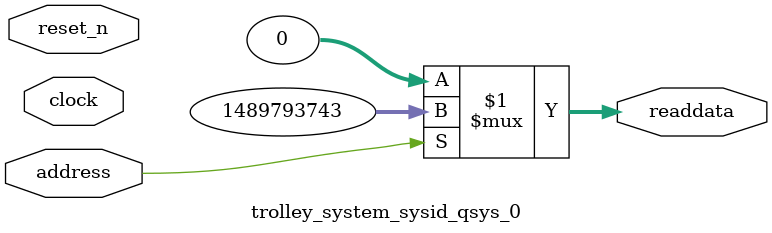
<source format=v>



// synthesis translate_off
`timescale 1ns / 1ps
// synthesis translate_on

// turn off superfluous verilog processor warnings 
// altera message_level Level1 
// altera message_off 10034 10035 10036 10037 10230 10240 10030 

module trolley_system_sysid_qsys_0 (
               // inputs:
                address,
                clock,
                reset_n,

               // outputs:
                readdata
             )
;

  output  [ 31: 0] readdata;
  input            address;
  input            clock;
  input            reset_n;

  wire    [ 31: 0] readdata;
  //control_slave, which is an e_avalon_slave
  assign readdata = address ? 1489793743 : 0;

endmodule



</source>
